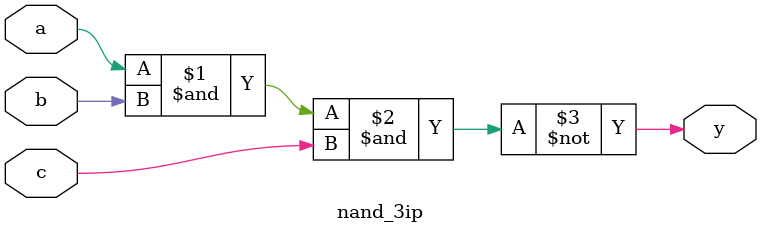
<source format=sv>
module nand_3ip(a,b,c,y);
  input wire a, b, c;
  output wire y;
  
  assign y = ~(a&b&c);
  
endmodule
</source>
